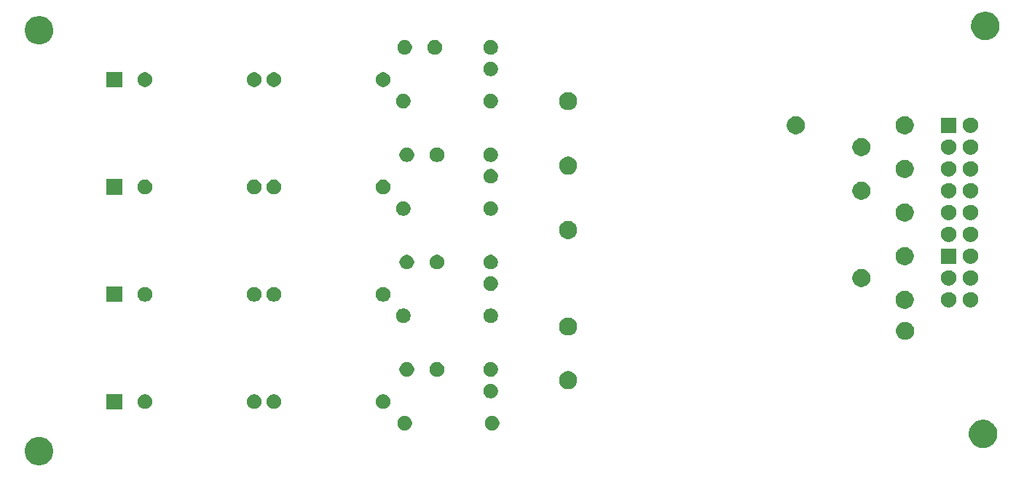
<source format=gbr>
%TF.GenerationSoftware,KiCad,Pcbnew,(5.1.5-0)*%
%TF.CreationDate,2020-04-03T13:37:13+02:00*%
%TF.ProjectId,egc_ads1292,6567635f-6164-4733-9132-39322e6b6963,rev?*%
%TF.SameCoordinates,PX23c3460PY8f0d180*%
%TF.FileFunction,Soldermask,Bot*%
%TF.FilePolarity,Negative*%
%FSLAX46Y46*%
G04 Gerber Fmt 4.6, Leading zero omitted, Abs format (unit mm)*
G04 Created by KiCad (PCBNEW (5.1.5-0)) date 2020-04-03 13:37:13*
%MOMM*%
%LPD*%
G04 APERTURE LIST*
%ADD10C,0.100000*%
G04 APERTURE END LIST*
D10*
G36*
X5375256Y2108702D02*
G01*
X5481579Y2087553D01*
X5782042Y1963097D01*
X6052451Y1782415D01*
X6282415Y1552451D01*
X6463097Y1282042D01*
X6587553Y981579D01*
X6651000Y662609D01*
X6651000Y337391D01*
X6587553Y18421D01*
X6463097Y-282042D01*
X6282415Y-552451D01*
X6052451Y-782415D01*
X5782042Y-963097D01*
X5481579Y-1087553D01*
X5375256Y-1108702D01*
X5162611Y-1151000D01*
X4837389Y-1151000D01*
X4624744Y-1108702D01*
X4518421Y-1087553D01*
X4217958Y-963097D01*
X3947549Y-782415D01*
X3717585Y-552451D01*
X3536903Y-282042D01*
X3412447Y18421D01*
X3349000Y337391D01*
X3349000Y662609D01*
X3412447Y981579D01*
X3536903Y1282042D01*
X3717585Y1552451D01*
X3947549Y1782415D01*
X4217958Y1963097D01*
X4518421Y2087553D01*
X4624744Y2108702D01*
X4837389Y2151000D01*
X5162611Y2151000D01*
X5375256Y2108702D01*
G37*
G36*
X115125256Y4108702D02*
G01*
X115231579Y4087553D01*
X115532042Y3963097D01*
X115802451Y3782415D01*
X116032415Y3552451D01*
X116066278Y3501771D01*
X116213098Y3282040D01*
X116249550Y3194037D01*
X116337553Y2981579D01*
X116401000Y2662609D01*
X116401000Y2337391D01*
X116337553Y2018421D01*
X116213097Y1717958D01*
X116032415Y1447549D01*
X115802451Y1217585D01*
X115532042Y1036903D01*
X115231579Y912447D01*
X115125256Y891298D01*
X114912611Y849000D01*
X114587389Y849000D01*
X114374744Y891298D01*
X114268421Y912447D01*
X113967958Y1036903D01*
X113697549Y1217585D01*
X113467585Y1447549D01*
X113286903Y1717958D01*
X113162447Y2018421D01*
X113099000Y2337391D01*
X113099000Y2662609D01*
X113162447Y2981579D01*
X113250450Y3194037D01*
X113286902Y3282040D01*
X113433722Y3501771D01*
X113467585Y3552451D01*
X113697549Y3782415D01*
X113967958Y3963097D01*
X114268421Y4087553D01*
X114374744Y4108702D01*
X114587389Y4151000D01*
X114912611Y4151000D01*
X115125256Y4108702D01*
G37*
G36*
X57908228Y4568297D02*
G01*
X58063100Y4504147D01*
X58202481Y4411015D01*
X58321015Y4292481D01*
X58414147Y4153100D01*
X58478297Y3998228D01*
X58511000Y3833816D01*
X58511000Y3666184D01*
X58478297Y3501772D01*
X58414147Y3346900D01*
X58321015Y3207519D01*
X58202481Y3088985D01*
X58063100Y2995853D01*
X57908228Y2931703D01*
X57743816Y2899000D01*
X57576184Y2899000D01*
X57411772Y2931703D01*
X57256900Y2995853D01*
X57117519Y3088985D01*
X56998985Y3207519D01*
X56905853Y3346900D01*
X56841703Y3501772D01*
X56809000Y3666184D01*
X56809000Y3833816D01*
X56841703Y3998228D01*
X56905853Y4153100D01*
X56998985Y4292481D01*
X57117519Y4411015D01*
X57256900Y4504147D01*
X57411772Y4568297D01*
X57576184Y4601000D01*
X57743816Y4601000D01*
X57908228Y4568297D01*
G37*
G36*
X47748228Y4568297D02*
G01*
X47903100Y4504147D01*
X48042481Y4411015D01*
X48161015Y4292481D01*
X48254147Y4153100D01*
X48318297Y3998228D01*
X48351000Y3833816D01*
X48351000Y3666184D01*
X48318297Y3501772D01*
X48254147Y3346900D01*
X48161015Y3207519D01*
X48042481Y3088985D01*
X47903100Y2995853D01*
X47748228Y2931703D01*
X47583816Y2899000D01*
X47416184Y2899000D01*
X47251772Y2931703D01*
X47096900Y2995853D01*
X46957519Y3088985D01*
X46838985Y3207519D01*
X46745853Y3346900D01*
X46681703Y3501772D01*
X46649000Y3666184D01*
X46649000Y3833816D01*
X46681703Y3998228D01*
X46745853Y4153100D01*
X46838985Y4292481D01*
X46957519Y4411015D01*
X47096900Y4504147D01*
X47251772Y4568297D01*
X47416184Y4601000D01*
X47583816Y4601000D01*
X47748228Y4568297D01*
G37*
G36*
X14651000Y5349000D02*
G01*
X12849000Y5349000D01*
X12849000Y7151000D01*
X14651000Y7151000D01*
X14651000Y5349000D01*
G37*
G36*
X45248228Y7068297D02*
G01*
X45403100Y7004147D01*
X45542481Y6911015D01*
X45661015Y6792481D01*
X45754147Y6653100D01*
X45818297Y6498228D01*
X45851000Y6333816D01*
X45851000Y6166184D01*
X45818297Y6001772D01*
X45754147Y5846900D01*
X45661015Y5707519D01*
X45542481Y5588985D01*
X45403100Y5495853D01*
X45248228Y5431703D01*
X45083816Y5399000D01*
X44916184Y5399000D01*
X44751772Y5431703D01*
X44596900Y5495853D01*
X44457519Y5588985D01*
X44338985Y5707519D01*
X44245853Y5846900D01*
X44181703Y6001772D01*
X44149000Y6166184D01*
X44149000Y6333816D01*
X44181703Y6498228D01*
X44245853Y6653100D01*
X44338985Y6792481D01*
X44457519Y6911015D01*
X44596900Y7004147D01*
X44751772Y7068297D01*
X44916184Y7101000D01*
X45083816Y7101000D01*
X45248228Y7068297D01*
G37*
G36*
X32548228Y7068297D02*
G01*
X32703100Y7004147D01*
X32842481Y6911015D01*
X32961015Y6792481D01*
X33054147Y6653100D01*
X33118297Y6498228D01*
X33151000Y6333816D01*
X33151000Y6166184D01*
X33118297Y6001772D01*
X33054147Y5846900D01*
X32961015Y5707519D01*
X32842481Y5588985D01*
X32703100Y5495853D01*
X32548228Y5431703D01*
X32383816Y5399000D01*
X32216184Y5399000D01*
X32051772Y5431703D01*
X31896900Y5495853D01*
X31757519Y5588985D01*
X31638985Y5707519D01*
X31545853Y5846900D01*
X31481703Y6001772D01*
X31449000Y6166184D01*
X31449000Y6333816D01*
X31481703Y6498228D01*
X31545853Y6653100D01*
X31638985Y6792481D01*
X31757519Y6911015D01*
X31896900Y7004147D01*
X32051772Y7068297D01*
X32216184Y7101000D01*
X32383816Y7101000D01*
X32548228Y7068297D01*
G37*
G36*
X30248228Y7068297D02*
G01*
X30403100Y7004147D01*
X30542481Y6911015D01*
X30661015Y6792481D01*
X30754147Y6653100D01*
X30818297Y6498228D01*
X30851000Y6333816D01*
X30851000Y6166184D01*
X30818297Y6001772D01*
X30754147Y5846900D01*
X30661015Y5707519D01*
X30542481Y5588985D01*
X30403100Y5495853D01*
X30248228Y5431703D01*
X30083816Y5399000D01*
X29916184Y5399000D01*
X29751772Y5431703D01*
X29596900Y5495853D01*
X29457519Y5588985D01*
X29338985Y5707519D01*
X29245853Y5846900D01*
X29181703Y6001772D01*
X29149000Y6166184D01*
X29149000Y6333816D01*
X29181703Y6498228D01*
X29245853Y6653100D01*
X29338985Y6792481D01*
X29457519Y6911015D01*
X29596900Y7004147D01*
X29751772Y7068297D01*
X29916184Y7101000D01*
X30083816Y7101000D01*
X30248228Y7068297D01*
G37*
G36*
X17548228Y7068297D02*
G01*
X17703100Y7004147D01*
X17842481Y6911015D01*
X17961015Y6792481D01*
X18054147Y6653100D01*
X18118297Y6498228D01*
X18151000Y6333816D01*
X18151000Y6166184D01*
X18118297Y6001772D01*
X18054147Y5846900D01*
X17961015Y5707519D01*
X17842481Y5588985D01*
X17703100Y5495853D01*
X17548228Y5431703D01*
X17383816Y5399000D01*
X17216184Y5399000D01*
X17051772Y5431703D01*
X16896900Y5495853D01*
X16757519Y5588985D01*
X16638985Y5707519D01*
X16545853Y5846900D01*
X16481703Y6001772D01*
X16449000Y6166184D01*
X16449000Y6333816D01*
X16481703Y6498228D01*
X16545853Y6653100D01*
X16638985Y6792481D01*
X16757519Y6911015D01*
X16896900Y7004147D01*
X17051772Y7068297D01*
X17216184Y7101000D01*
X17383816Y7101000D01*
X17548228Y7068297D01*
G37*
G36*
X57748228Y8318297D02*
G01*
X57903100Y8254147D01*
X58042481Y8161015D01*
X58161015Y8042481D01*
X58254147Y7903100D01*
X58318297Y7748228D01*
X58351000Y7583816D01*
X58351000Y7416184D01*
X58318297Y7251772D01*
X58254147Y7096900D01*
X58161015Y6957519D01*
X58042481Y6838985D01*
X57903100Y6745853D01*
X57748228Y6681703D01*
X57583816Y6649000D01*
X57416184Y6649000D01*
X57251772Y6681703D01*
X57096900Y6745853D01*
X56957519Y6838985D01*
X56838985Y6957519D01*
X56745853Y7096900D01*
X56681703Y7251772D01*
X56649000Y7416184D01*
X56649000Y7583816D01*
X56681703Y7748228D01*
X56745853Y7903100D01*
X56838985Y8042481D01*
X56957519Y8161015D01*
X57096900Y8254147D01*
X57251772Y8318297D01*
X57416184Y8351000D01*
X57583816Y8351000D01*
X57748228Y8318297D01*
G37*
G36*
X66806564Y9760611D02*
G01*
X66997833Y9681385D01*
X66997835Y9681384D01*
X67124270Y9596903D01*
X67169973Y9566365D01*
X67316365Y9419973D01*
X67431385Y9247833D01*
X67510611Y9056564D01*
X67551000Y8853516D01*
X67551000Y8646484D01*
X67510611Y8443436D01*
X67432205Y8254147D01*
X67431384Y8252165D01*
X67316365Y8080027D01*
X67169973Y7933635D01*
X66997835Y7818616D01*
X66997834Y7818615D01*
X66997833Y7818615D01*
X66806564Y7739389D01*
X66603516Y7699000D01*
X66396484Y7699000D01*
X66193436Y7739389D01*
X66002167Y7818615D01*
X66002166Y7818615D01*
X66002165Y7818616D01*
X65830027Y7933635D01*
X65683635Y8080027D01*
X65568616Y8252165D01*
X65567795Y8254147D01*
X65489389Y8443436D01*
X65449000Y8646484D01*
X65449000Y8853516D01*
X65489389Y9056564D01*
X65568615Y9247833D01*
X65683635Y9419973D01*
X65830027Y9566365D01*
X65875730Y9596903D01*
X66002165Y9681384D01*
X66002167Y9681385D01*
X66193436Y9760611D01*
X66396484Y9801000D01*
X66603516Y9801000D01*
X66806564Y9760611D01*
G37*
G36*
X47998228Y10818297D02*
G01*
X48153100Y10754147D01*
X48292481Y10661015D01*
X48411015Y10542481D01*
X48504147Y10403100D01*
X48568297Y10248228D01*
X48601000Y10083816D01*
X48601000Y9916184D01*
X48568297Y9751772D01*
X48504147Y9596900D01*
X48411015Y9457519D01*
X48292481Y9338985D01*
X48153100Y9245853D01*
X47998228Y9181703D01*
X47833816Y9149000D01*
X47666184Y9149000D01*
X47501772Y9181703D01*
X47346900Y9245853D01*
X47207519Y9338985D01*
X47088985Y9457519D01*
X46995853Y9596900D01*
X46931703Y9751772D01*
X46899000Y9916184D01*
X46899000Y10083816D01*
X46931703Y10248228D01*
X46995853Y10403100D01*
X47088985Y10542481D01*
X47207519Y10661015D01*
X47346900Y10754147D01*
X47501772Y10818297D01*
X47666184Y10851000D01*
X47833816Y10851000D01*
X47998228Y10818297D01*
G37*
G36*
X51498228Y10818297D02*
G01*
X51653100Y10754147D01*
X51792481Y10661015D01*
X51911015Y10542481D01*
X52004147Y10403100D01*
X52068297Y10248228D01*
X52101000Y10083816D01*
X52101000Y9916184D01*
X52068297Y9751772D01*
X52004147Y9596900D01*
X51911015Y9457519D01*
X51792481Y9338985D01*
X51653100Y9245853D01*
X51498228Y9181703D01*
X51333816Y9149000D01*
X51166184Y9149000D01*
X51001772Y9181703D01*
X50846900Y9245853D01*
X50707519Y9338985D01*
X50588985Y9457519D01*
X50495853Y9596900D01*
X50431703Y9751772D01*
X50399000Y9916184D01*
X50399000Y10083816D01*
X50431703Y10248228D01*
X50495853Y10403100D01*
X50588985Y10542481D01*
X50707519Y10661015D01*
X50846900Y10754147D01*
X51001772Y10818297D01*
X51166184Y10851000D01*
X51333816Y10851000D01*
X51498228Y10818297D01*
G37*
G36*
X57748228Y10818297D02*
G01*
X57903100Y10754147D01*
X58042481Y10661015D01*
X58161015Y10542481D01*
X58254147Y10403100D01*
X58318297Y10248228D01*
X58351000Y10083816D01*
X58351000Y9916184D01*
X58318297Y9751772D01*
X58254147Y9596900D01*
X58161015Y9457519D01*
X58042481Y9338985D01*
X57903100Y9245853D01*
X57748228Y9181703D01*
X57583816Y9149000D01*
X57416184Y9149000D01*
X57251772Y9181703D01*
X57096900Y9245853D01*
X56957519Y9338985D01*
X56838985Y9457519D01*
X56745853Y9596900D01*
X56681703Y9751772D01*
X56649000Y9916184D01*
X56649000Y10083816D01*
X56681703Y10248228D01*
X56745853Y10403100D01*
X56838985Y10542481D01*
X56957519Y10661015D01*
X57096900Y10754147D01*
X57251772Y10818297D01*
X57416184Y10851000D01*
X57583816Y10851000D01*
X57748228Y10818297D01*
G37*
G36*
X105976564Y15510611D02*
G01*
X106167060Y15431705D01*
X106167835Y15431384D01*
X106339973Y15316365D01*
X106486365Y15169973D01*
X106530772Y15103514D01*
X106601385Y14997833D01*
X106680611Y14806564D01*
X106721000Y14603516D01*
X106721000Y14396484D01*
X106680611Y14193436D01*
X106601385Y14002167D01*
X106601384Y14002165D01*
X106486365Y13830027D01*
X106339973Y13683635D01*
X106167835Y13568616D01*
X106167834Y13568615D01*
X106167833Y13568615D01*
X105976564Y13489389D01*
X105773516Y13449000D01*
X105566484Y13449000D01*
X105363436Y13489389D01*
X105172167Y13568615D01*
X105172166Y13568615D01*
X105172165Y13568616D01*
X105000027Y13683635D01*
X104853635Y13830027D01*
X104738616Y14002165D01*
X104738615Y14002167D01*
X104659389Y14193436D01*
X104619000Y14396484D01*
X104619000Y14603516D01*
X104659389Y14806564D01*
X104738615Y14997833D01*
X104809229Y15103514D01*
X104853635Y15169973D01*
X105000027Y15316365D01*
X105172165Y15431384D01*
X105172940Y15431705D01*
X105363436Y15510611D01*
X105566484Y15551000D01*
X105773516Y15551000D01*
X105976564Y15510611D01*
G37*
G36*
X66806564Y16010611D02*
G01*
X66997833Y15931385D01*
X66997835Y15931384D01*
X67124270Y15846903D01*
X67169973Y15816365D01*
X67316365Y15669973D01*
X67431385Y15497833D01*
X67510611Y15306564D01*
X67551000Y15103516D01*
X67551000Y14896484D01*
X67510611Y14693436D01*
X67473365Y14603516D01*
X67431384Y14502165D01*
X67316365Y14330027D01*
X67169973Y14183635D01*
X66997835Y14068616D01*
X66997834Y14068615D01*
X66997833Y14068615D01*
X66806564Y13989389D01*
X66603516Y13949000D01*
X66396484Y13949000D01*
X66193436Y13989389D01*
X66002167Y14068615D01*
X66002166Y14068615D01*
X66002165Y14068616D01*
X65830027Y14183635D01*
X65683635Y14330027D01*
X65568616Y14502165D01*
X65526635Y14603516D01*
X65489389Y14693436D01*
X65449000Y14896484D01*
X65449000Y15103516D01*
X65489389Y15306564D01*
X65568615Y15497833D01*
X65683635Y15669973D01*
X65830027Y15816365D01*
X65875730Y15846903D01*
X66002165Y15931384D01*
X66002167Y15931385D01*
X66193436Y16010611D01*
X66396484Y16051000D01*
X66603516Y16051000D01*
X66806564Y16010611D01*
G37*
G36*
X57748228Y17068297D02*
G01*
X57903100Y17004147D01*
X58042481Y16911015D01*
X58161015Y16792481D01*
X58254147Y16653100D01*
X58318297Y16498228D01*
X58351000Y16333816D01*
X58351000Y16166184D01*
X58318297Y16001772D01*
X58254147Y15846900D01*
X58161015Y15707519D01*
X58042481Y15588985D01*
X57903100Y15495853D01*
X57748228Y15431703D01*
X57583816Y15399000D01*
X57416184Y15399000D01*
X57251772Y15431703D01*
X57096900Y15495853D01*
X56957519Y15588985D01*
X56838985Y15707519D01*
X56745853Y15846900D01*
X56681703Y16001772D01*
X56649000Y16166184D01*
X56649000Y16333816D01*
X56681703Y16498228D01*
X56745853Y16653100D01*
X56838985Y16792481D01*
X56957519Y16911015D01*
X57096900Y17004147D01*
X57251772Y17068297D01*
X57416184Y17101000D01*
X57583816Y17101000D01*
X57748228Y17068297D01*
G37*
G36*
X47588228Y17068297D02*
G01*
X47743100Y17004147D01*
X47882481Y16911015D01*
X48001015Y16792481D01*
X48094147Y16653100D01*
X48158297Y16498228D01*
X48191000Y16333816D01*
X48191000Y16166184D01*
X48158297Y16001772D01*
X48094147Y15846900D01*
X48001015Y15707519D01*
X47882481Y15588985D01*
X47743100Y15495853D01*
X47588228Y15431703D01*
X47423816Y15399000D01*
X47256184Y15399000D01*
X47091772Y15431703D01*
X46936900Y15495853D01*
X46797519Y15588985D01*
X46678985Y15707519D01*
X46585853Y15846900D01*
X46521703Y16001772D01*
X46489000Y16166184D01*
X46489000Y16333816D01*
X46521703Y16498228D01*
X46585853Y16653100D01*
X46678985Y16792481D01*
X46797519Y16911015D01*
X46936900Y17004147D01*
X47091772Y17068297D01*
X47256184Y17101000D01*
X47423816Y17101000D01*
X47588228Y17068297D01*
G37*
G36*
X105936564Y19130611D02*
G01*
X106127833Y19051385D01*
X106127835Y19051384D01*
X106299973Y18936365D01*
X106446365Y18789973D01*
X106529078Y18666185D01*
X106561385Y18617833D01*
X106640611Y18426564D01*
X106681000Y18223516D01*
X106681000Y18016484D01*
X106640611Y17813436D01*
X106590815Y17693218D01*
X106561384Y17622165D01*
X106446365Y17450027D01*
X106299973Y17303635D01*
X106127835Y17188616D01*
X106127834Y17188615D01*
X106127833Y17188615D01*
X105936564Y17109389D01*
X105733516Y17069000D01*
X105526484Y17069000D01*
X105323436Y17109389D01*
X105132167Y17188615D01*
X105132166Y17188615D01*
X105132165Y17188616D01*
X104960027Y17303635D01*
X104813635Y17450027D01*
X104698616Y17622165D01*
X104669185Y17693218D01*
X104619389Y17813436D01*
X104579000Y18016484D01*
X104579000Y18223516D01*
X104619389Y18426564D01*
X104698615Y18617833D01*
X104730923Y18666185D01*
X104813635Y18789973D01*
X104960027Y18936365D01*
X105132165Y19051384D01*
X105132167Y19051385D01*
X105323436Y19130611D01*
X105526484Y19171000D01*
X105733516Y19171000D01*
X105936564Y19130611D01*
G37*
G36*
X113403512Y19016073D02*
G01*
X113552812Y18986376D01*
X113716784Y18918456D01*
X113864354Y18819853D01*
X113989853Y18694354D01*
X114088456Y18546784D01*
X114156376Y18382812D01*
X114191000Y18208741D01*
X114191000Y18031259D01*
X114156376Y17857188D01*
X114088456Y17693216D01*
X113989853Y17545646D01*
X113864354Y17420147D01*
X113716784Y17321544D01*
X113552812Y17253624D01*
X113403512Y17223927D01*
X113378742Y17219000D01*
X113201258Y17219000D01*
X113176488Y17223927D01*
X113027188Y17253624D01*
X112863216Y17321544D01*
X112715646Y17420147D01*
X112590147Y17545646D01*
X112491544Y17693216D01*
X112423624Y17857188D01*
X112389000Y18031259D01*
X112389000Y18208741D01*
X112423624Y18382812D01*
X112491544Y18546784D01*
X112590147Y18694354D01*
X112715646Y18819853D01*
X112863216Y18918456D01*
X113027188Y18986376D01*
X113176488Y19016073D01*
X113201258Y19021000D01*
X113378742Y19021000D01*
X113403512Y19016073D01*
G37*
G36*
X110863512Y19016073D02*
G01*
X111012812Y18986376D01*
X111176784Y18918456D01*
X111324354Y18819853D01*
X111449853Y18694354D01*
X111548456Y18546784D01*
X111616376Y18382812D01*
X111651000Y18208741D01*
X111651000Y18031259D01*
X111616376Y17857188D01*
X111548456Y17693216D01*
X111449853Y17545646D01*
X111324354Y17420147D01*
X111176784Y17321544D01*
X111012812Y17253624D01*
X110863512Y17223927D01*
X110838742Y17219000D01*
X110661258Y17219000D01*
X110636488Y17223927D01*
X110487188Y17253624D01*
X110323216Y17321544D01*
X110175646Y17420147D01*
X110050147Y17545646D01*
X109951544Y17693216D01*
X109883624Y17857188D01*
X109849000Y18031259D01*
X109849000Y18208741D01*
X109883624Y18382812D01*
X109951544Y18546784D01*
X110050147Y18694354D01*
X110175646Y18819853D01*
X110323216Y18918456D01*
X110487188Y18986376D01*
X110636488Y19016073D01*
X110661258Y19021000D01*
X110838742Y19021000D01*
X110863512Y19016073D01*
G37*
G36*
X14651000Y17849000D02*
G01*
X12849000Y17849000D01*
X12849000Y19651000D01*
X14651000Y19651000D01*
X14651000Y17849000D01*
G37*
G36*
X32548228Y19568297D02*
G01*
X32703100Y19504147D01*
X32842481Y19411015D01*
X32961015Y19292481D01*
X33054147Y19153100D01*
X33118297Y18998228D01*
X33151000Y18833816D01*
X33151000Y18666184D01*
X33118297Y18501772D01*
X33054147Y18346900D01*
X32961015Y18207519D01*
X32842481Y18088985D01*
X32703100Y17995853D01*
X32548228Y17931703D01*
X32383816Y17899000D01*
X32216184Y17899000D01*
X32051772Y17931703D01*
X31896900Y17995853D01*
X31757519Y18088985D01*
X31638985Y18207519D01*
X31545853Y18346900D01*
X31481703Y18501772D01*
X31449000Y18666184D01*
X31449000Y18833816D01*
X31481703Y18998228D01*
X31545853Y19153100D01*
X31638985Y19292481D01*
X31757519Y19411015D01*
X31896900Y19504147D01*
X32051772Y19568297D01*
X32216184Y19601000D01*
X32383816Y19601000D01*
X32548228Y19568297D01*
G37*
G36*
X30248228Y19568297D02*
G01*
X30403100Y19504147D01*
X30542481Y19411015D01*
X30661015Y19292481D01*
X30754147Y19153100D01*
X30818297Y18998228D01*
X30851000Y18833816D01*
X30851000Y18666184D01*
X30818297Y18501772D01*
X30754147Y18346900D01*
X30661015Y18207519D01*
X30542481Y18088985D01*
X30403100Y17995853D01*
X30248228Y17931703D01*
X30083816Y17899000D01*
X29916184Y17899000D01*
X29751772Y17931703D01*
X29596900Y17995853D01*
X29457519Y18088985D01*
X29338985Y18207519D01*
X29245853Y18346900D01*
X29181703Y18501772D01*
X29149000Y18666184D01*
X29149000Y18833816D01*
X29181703Y18998228D01*
X29245853Y19153100D01*
X29338985Y19292481D01*
X29457519Y19411015D01*
X29596900Y19504147D01*
X29751772Y19568297D01*
X29916184Y19601000D01*
X30083816Y19601000D01*
X30248228Y19568297D01*
G37*
G36*
X45248228Y19568297D02*
G01*
X45403100Y19504147D01*
X45542481Y19411015D01*
X45661015Y19292481D01*
X45754147Y19153100D01*
X45818297Y18998228D01*
X45851000Y18833816D01*
X45851000Y18666184D01*
X45818297Y18501772D01*
X45754147Y18346900D01*
X45661015Y18207519D01*
X45542481Y18088985D01*
X45403100Y17995853D01*
X45248228Y17931703D01*
X45083816Y17899000D01*
X44916184Y17899000D01*
X44751772Y17931703D01*
X44596900Y17995853D01*
X44457519Y18088985D01*
X44338985Y18207519D01*
X44245853Y18346900D01*
X44181703Y18501772D01*
X44149000Y18666184D01*
X44149000Y18833816D01*
X44181703Y18998228D01*
X44245853Y19153100D01*
X44338985Y19292481D01*
X44457519Y19411015D01*
X44596900Y19504147D01*
X44751772Y19568297D01*
X44916184Y19601000D01*
X45083816Y19601000D01*
X45248228Y19568297D01*
G37*
G36*
X17548228Y19568297D02*
G01*
X17703100Y19504147D01*
X17842481Y19411015D01*
X17961015Y19292481D01*
X18054147Y19153100D01*
X18118297Y18998228D01*
X18151000Y18833816D01*
X18151000Y18666184D01*
X18118297Y18501772D01*
X18054147Y18346900D01*
X17961015Y18207519D01*
X17842481Y18088985D01*
X17703100Y17995853D01*
X17548228Y17931703D01*
X17383816Y17899000D01*
X17216184Y17899000D01*
X17051772Y17931703D01*
X16896900Y17995853D01*
X16757519Y18088985D01*
X16638985Y18207519D01*
X16545853Y18346900D01*
X16481703Y18501772D01*
X16449000Y18666184D01*
X16449000Y18833816D01*
X16481703Y18998228D01*
X16545853Y19153100D01*
X16638985Y19292481D01*
X16757519Y19411015D01*
X16896900Y19504147D01*
X17051772Y19568297D01*
X17216184Y19601000D01*
X17383816Y19601000D01*
X17548228Y19568297D01*
G37*
G36*
X57748228Y20818297D02*
G01*
X57903100Y20754147D01*
X58042481Y20661015D01*
X58161015Y20542481D01*
X58254147Y20403100D01*
X58318297Y20248228D01*
X58351000Y20083816D01*
X58351000Y19916184D01*
X58318297Y19751772D01*
X58254147Y19596900D01*
X58161015Y19457519D01*
X58042481Y19338985D01*
X57903100Y19245853D01*
X57748228Y19181703D01*
X57583816Y19149000D01*
X57416184Y19149000D01*
X57251772Y19181703D01*
X57096900Y19245853D01*
X56957519Y19338985D01*
X56838985Y19457519D01*
X56745853Y19596900D01*
X56681703Y19751772D01*
X56649000Y19916184D01*
X56649000Y20083816D01*
X56681703Y20248228D01*
X56745853Y20403100D01*
X56838985Y20542481D01*
X56957519Y20661015D01*
X57096900Y20754147D01*
X57251772Y20818297D01*
X57416184Y20851000D01*
X57583816Y20851000D01*
X57748228Y20818297D01*
G37*
G36*
X100896564Y21670611D02*
G01*
X101087833Y21591385D01*
X101087835Y21591384D01*
X101259973Y21476365D01*
X101406365Y21329973D01*
X101470256Y21234354D01*
X101521385Y21157833D01*
X101600611Y20966564D01*
X101641000Y20763516D01*
X101641000Y20556484D01*
X101600611Y20353436D01*
X101550815Y20233218D01*
X101521384Y20162165D01*
X101406365Y19990027D01*
X101259973Y19843635D01*
X101087835Y19728616D01*
X101087834Y19728615D01*
X101087833Y19728615D01*
X100896564Y19649389D01*
X100693516Y19609000D01*
X100486484Y19609000D01*
X100283436Y19649389D01*
X100092167Y19728615D01*
X100092166Y19728615D01*
X100092165Y19728616D01*
X99920027Y19843635D01*
X99773635Y19990027D01*
X99658616Y20162165D01*
X99629185Y20233218D01*
X99579389Y20353436D01*
X99539000Y20556484D01*
X99539000Y20763516D01*
X99579389Y20966564D01*
X99658615Y21157833D01*
X99709745Y21234354D01*
X99773635Y21329973D01*
X99920027Y21476365D01*
X100092165Y21591384D01*
X100092167Y21591385D01*
X100283436Y21670611D01*
X100486484Y21711000D01*
X100693516Y21711000D01*
X100896564Y21670611D01*
G37*
G36*
X113403512Y21556073D02*
G01*
X113552812Y21526376D01*
X113716784Y21458456D01*
X113864354Y21359853D01*
X113989853Y21234354D01*
X114088456Y21086784D01*
X114156376Y20922812D01*
X114191000Y20748741D01*
X114191000Y20571259D01*
X114156376Y20397188D01*
X114088456Y20233216D01*
X113989853Y20085646D01*
X113864354Y19960147D01*
X113716784Y19861544D01*
X113552812Y19793624D01*
X113403512Y19763927D01*
X113378742Y19759000D01*
X113201258Y19759000D01*
X113176488Y19763927D01*
X113027188Y19793624D01*
X112863216Y19861544D01*
X112715646Y19960147D01*
X112590147Y20085646D01*
X112491544Y20233216D01*
X112423624Y20397188D01*
X112389000Y20571259D01*
X112389000Y20748741D01*
X112423624Y20922812D01*
X112491544Y21086784D01*
X112590147Y21234354D01*
X112715646Y21359853D01*
X112863216Y21458456D01*
X113027188Y21526376D01*
X113176488Y21556073D01*
X113201258Y21561000D01*
X113378742Y21561000D01*
X113403512Y21556073D01*
G37*
G36*
X110863512Y21556073D02*
G01*
X111012812Y21526376D01*
X111176784Y21458456D01*
X111324354Y21359853D01*
X111449853Y21234354D01*
X111548456Y21086784D01*
X111616376Y20922812D01*
X111651000Y20748741D01*
X111651000Y20571259D01*
X111616376Y20397188D01*
X111548456Y20233216D01*
X111449853Y20085646D01*
X111324354Y19960147D01*
X111176784Y19861544D01*
X111012812Y19793624D01*
X110863512Y19763927D01*
X110838742Y19759000D01*
X110661258Y19759000D01*
X110636488Y19763927D01*
X110487188Y19793624D01*
X110323216Y19861544D01*
X110175646Y19960147D01*
X110050147Y20085646D01*
X109951544Y20233216D01*
X109883624Y20397188D01*
X109849000Y20571259D01*
X109849000Y20748741D01*
X109883624Y20922812D01*
X109951544Y21086784D01*
X110050147Y21234354D01*
X110175646Y21359853D01*
X110323216Y21458456D01*
X110487188Y21526376D01*
X110636488Y21556073D01*
X110661258Y21561000D01*
X110838742Y21561000D01*
X110863512Y21556073D01*
G37*
G36*
X57748228Y23318297D02*
G01*
X57903100Y23254147D01*
X58042481Y23161015D01*
X58161015Y23042481D01*
X58254147Y22903100D01*
X58318297Y22748228D01*
X58351000Y22583816D01*
X58351000Y22416184D01*
X58318297Y22251772D01*
X58254147Y22096900D01*
X58161015Y21957519D01*
X58042481Y21838985D01*
X57903100Y21745853D01*
X57748228Y21681703D01*
X57583816Y21649000D01*
X57416184Y21649000D01*
X57251772Y21681703D01*
X57096900Y21745853D01*
X56957519Y21838985D01*
X56838985Y21957519D01*
X56745853Y22096900D01*
X56681703Y22251772D01*
X56649000Y22416184D01*
X56649000Y22583816D01*
X56681703Y22748228D01*
X56745853Y22903100D01*
X56838985Y23042481D01*
X56957519Y23161015D01*
X57096900Y23254147D01*
X57251772Y23318297D01*
X57416184Y23351000D01*
X57583816Y23351000D01*
X57748228Y23318297D01*
G37*
G36*
X47998228Y23318297D02*
G01*
X48153100Y23254147D01*
X48292481Y23161015D01*
X48411015Y23042481D01*
X48504147Y22903100D01*
X48568297Y22748228D01*
X48601000Y22583816D01*
X48601000Y22416184D01*
X48568297Y22251772D01*
X48504147Y22096900D01*
X48411015Y21957519D01*
X48292481Y21838985D01*
X48153100Y21745853D01*
X47998228Y21681703D01*
X47833816Y21649000D01*
X47666184Y21649000D01*
X47501772Y21681703D01*
X47346900Y21745853D01*
X47207519Y21838985D01*
X47088985Y21957519D01*
X46995853Y22096900D01*
X46931703Y22251772D01*
X46899000Y22416184D01*
X46899000Y22583816D01*
X46931703Y22748228D01*
X46995853Y22903100D01*
X47088985Y23042481D01*
X47207519Y23161015D01*
X47346900Y23254147D01*
X47501772Y23318297D01*
X47666184Y23351000D01*
X47833816Y23351000D01*
X47998228Y23318297D01*
G37*
G36*
X51498228Y23318297D02*
G01*
X51653100Y23254147D01*
X51792481Y23161015D01*
X51911015Y23042481D01*
X52004147Y22903100D01*
X52068297Y22748228D01*
X52101000Y22583816D01*
X52101000Y22416184D01*
X52068297Y22251772D01*
X52004147Y22096900D01*
X51911015Y21957519D01*
X51792481Y21838985D01*
X51653100Y21745853D01*
X51498228Y21681703D01*
X51333816Y21649000D01*
X51166184Y21649000D01*
X51001772Y21681703D01*
X50846900Y21745853D01*
X50707519Y21838985D01*
X50588985Y21957519D01*
X50495853Y22096900D01*
X50431703Y22251772D01*
X50399000Y22416184D01*
X50399000Y22583816D01*
X50431703Y22748228D01*
X50495853Y22903100D01*
X50588985Y23042481D01*
X50707519Y23161015D01*
X50846900Y23254147D01*
X51001772Y23318297D01*
X51166184Y23351000D01*
X51333816Y23351000D01*
X51498228Y23318297D01*
G37*
G36*
X105936564Y24210611D02*
G01*
X106127833Y24131385D01*
X106127835Y24131384D01*
X106299973Y24016365D01*
X106446365Y23869973D01*
X106510256Y23774354D01*
X106561385Y23697833D01*
X106640611Y23506564D01*
X106681000Y23303516D01*
X106681000Y23096484D01*
X106640611Y22893436D01*
X106590815Y22773218D01*
X106561384Y22702165D01*
X106446365Y22530027D01*
X106299973Y22383635D01*
X106127835Y22268616D01*
X106127834Y22268615D01*
X106127833Y22268615D01*
X105936564Y22189389D01*
X105733516Y22149000D01*
X105526484Y22149000D01*
X105323436Y22189389D01*
X105132167Y22268615D01*
X105132166Y22268615D01*
X105132165Y22268616D01*
X104960027Y22383635D01*
X104813635Y22530027D01*
X104698616Y22702165D01*
X104669185Y22773218D01*
X104619389Y22893436D01*
X104579000Y23096484D01*
X104579000Y23303516D01*
X104619389Y23506564D01*
X104698615Y23697833D01*
X104749745Y23774354D01*
X104813635Y23869973D01*
X104960027Y24016365D01*
X105132165Y24131384D01*
X105132167Y24131385D01*
X105323436Y24210611D01*
X105526484Y24251000D01*
X105733516Y24251000D01*
X105936564Y24210611D01*
G37*
G36*
X111651000Y22299000D02*
G01*
X109849000Y22299000D01*
X109849000Y24101000D01*
X111651000Y24101000D01*
X111651000Y22299000D01*
G37*
G36*
X113403512Y24096073D02*
G01*
X113552812Y24066376D01*
X113716784Y23998456D01*
X113864354Y23899853D01*
X113989853Y23774354D01*
X114088456Y23626784D01*
X114156376Y23462812D01*
X114191000Y23288741D01*
X114191000Y23111259D01*
X114156376Y22937188D01*
X114088456Y22773216D01*
X113989853Y22625646D01*
X113864354Y22500147D01*
X113716784Y22401544D01*
X113552812Y22333624D01*
X113403512Y22303927D01*
X113378742Y22299000D01*
X113201258Y22299000D01*
X113176488Y22303927D01*
X113027188Y22333624D01*
X112863216Y22401544D01*
X112715646Y22500147D01*
X112590147Y22625646D01*
X112491544Y22773216D01*
X112423624Y22937188D01*
X112389000Y23111259D01*
X112389000Y23288741D01*
X112423624Y23462812D01*
X112491544Y23626784D01*
X112590147Y23774354D01*
X112715646Y23899853D01*
X112863216Y23998456D01*
X113027188Y24066376D01*
X113176488Y24096073D01*
X113201258Y24101000D01*
X113378742Y24101000D01*
X113403512Y24096073D01*
G37*
G36*
X113403512Y26636073D02*
G01*
X113552812Y26606376D01*
X113716784Y26538456D01*
X113864354Y26439853D01*
X113989853Y26314354D01*
X114088456Y26166784D01*
X114156376Y26002812D01*
X114191000Y25828741D01*
X114191000Y25651259D01*
X114156376Y25477188D01*
X114088456Y25313216D01*
X113989853Y25165646D01*
X113864354Y25040147D01*
X113716784Y24941544D01*
X113552812Y24873624D01*
X113403512Y24843927D01*
X113378742Y24839000D01*
X113201258Y24839000D01*
X113176488Y24843927D01*
X113027188Y24873624D01*
X112863216Y24941544D01*
X112715646Y25040147D01*
X112590147Y25165646D01*
X112491544Y25313216D01*
X112423624Y25477188D01*
X112389000Y25651259D01*
X112389000Y25828741D01*
X112423624Y26002812D01*
X112491544Y26166784D01*
X112590147Y26314354D01*
X112715646Y26439853D01*
X112863216Y26538456D01*
X113027188Y26606376D01*
X113176488Y26636073D01*
X113201258Y26641000D01*
X113378742Y26641000D01*
X113403512Y26636073D01*
G37*
G36*
X110863512Y26636073D02*
G01*
X111012812Y26606376D01*
X111176784Y26538456D01*
X111324354Y26439853D01*
X111449853Y26314354D01*
X111548456Y26166784D01*
X111616376Y26002812D01*
X111651000Y25828741D01*
X111651000Y25651259D01*
X111616376Y25477188D01*
X111548456Y25313216D01*
X111449853Y25165646D01*
X111324354Y25040147D01*
X111176784Y24941544D01*
X111012812Y24873624D01*
X110863512Y24843927D01*
X110838742Y24839000D01*
X110661258Y24839000D01*
X110636488Y24843927D01*
X110487188Y24873624D01*
X110323216Y24941544D01*
X110175646Y25040147D01*
X110050147Y25165646D01*
X109951544Y25313216D01*
X109883624Y25477188D01*
X109849000Y25651259D01*
X109849000Y25828741D01*
X109883624Y26002812D01*
X109951544Y26166784D01*
X110050147Y26314354D01*
X110175646Y26439853D01*
X110323216Y26538456D01*
X110487188Y26606376D01*
X110636488Y26636073D01*
X110661258Y26641000D01*
X110838742Y26641000D01*
X110863512Y26636073D01*
G37*
G36*
X66806564Y27260611D02*
G01*
X66997833Y27181385D01*
X66997835Y27181384D01*
X67169973Y27066365D01*
X67316365Y26919973D01*
X67431385Y26747833D01*
X67510611Y26556564D01*
X67551000Y26353516D01*
X67551000Y26146484D01*
X67510611Y25943436D01*
X67463103Y25828742D01*
X67431384Y25752165D01*
X67316365Y25580027D01*
X67169973Y25433635D01*
X66997835Y25318616D01*
X66997834Y25318615D01*
X66997833Y25318615D01*
X66806564Y25239389D01*
X66603516Y25199000D01*
X66396484Y25199000D01*
X66193436Y25239389D01*
X66002167Y25318615D01*
X66002166Y25318615D01*
X66002165Y25318616D01*
X65830027Y25433635D01*
X65683635Y25580027D01*
X65568616Y25752165D01*
X65536897Y25828742D01*
X65489389Y25943436D01*
X65449000Y26146484D01*
X65449000Y26353516D01*
X65489389Y26556564D01*
X65568615Y26747833D01*
X65683635Y26919973D01*
X65830027Y27066365D01*
X66002165Y27181384D01*
X66002167Y27181385D01*
X66193436Y27260611D01*
X66396484Y27301000D01*
X66603516Y27301000D01*
X66806564Y27260611D01*
G37*
G36*
X105936564Y29290611D02*
G01*
X106127833Y29211385D01*
X106127835Y29211384D01*
X106299973Y29096365D01*
X106446365Y28949973D01*
X106523979Y28833816D01*
X106561385Y28777833D01*
X106640611Y28586564D01*
X106681000Y28383516D01*
X106681000Y28176484D01*
X106640611Y27973436D01*
X106590815Y27853218D01*
X106561384Y27782165D01*
X106446365Y27610027D01*
X106299973Y27463635D01*
X106127835Y27348616D01*
X106127834Y27348615D01*
X106127833Y27348615D01*
X105936564Y27269389D01*
X105733516Y27229000D01*
X105526484Y27229000D01*
X105323436Y27269389D01*
X105132167Y27348615D01*
X105132166Y27348615D01*
X105132165Y27348616D01*
X104960027Y27463635D01*
X104813635Y27610027D01*
X104698616Y27782165D01*
X104669185Y27853218D01*
X104619389Y27973436D01*
X104579000Y28176484D01*
X104579000Y28383516D01*
X104619389Y28586564D01*
X104698615Y28777833D01*
X104736022Y28833816D01*
X104813635Y28949973D01*
X104960027Y29096365D01*
X105132165Y29211384D01*
X105132167Y29211385D01*
X105323436Y29290611D01*
X105526484Y29331000D01*
X105733516Y29331000D01*
X105936564Y29290611D01*
G37*
G36*
X113403512Y29176073D02*
G01*
X113552812Y29146376D01*
X113716784Y29078456D01*
X113864354Y28979853D01*
X113989853Y28854354D01*
X114088456Y28706784D01*
X114156376Y28542812D01*
X114191000Y28368741D01*
X114191000Y28191259D01*
X114156376Y28017188D01*
X114088456Y27853216D01*
X113989853Y27705646D01*
X113864354Y27580147D01*
X113716784Y27481544D01*
X113552812Y27413624D01*
X113403512Y27383927D01*
X113378742Y27379000D01*
X113201258Y27379000D01*
X113176488Y27383927D01*
X113027188Y27413624D01*
X112863216Y27481544D01*
X112715646Y27580147D01*
X112590147Y27705646D01*
X112491544Y27853216D01*
X112423624Y28017188D01*
X112389000Y28191259D01*
X112389000Y28368741D01*
X112423624Y28542812D01*
X112491544Y28706784D01*
X112590147Y28854354D01*
X112715646Y28979853D01*
X112863216Y29078456D01*
X113027188Y29146376D01*
X113176488Y29176073D01*
X113201258Y29181000D01*
X113378742Y29181000D01*
X113403512Y29176073D01*
G37*
G36*
X110863512Y29176073D02*
G01*
X111012812Y29146376D01*
X111176784Y29078456D01*
X111324354Y28979853D01*
X111449853Y28854354D01*
X111548456Y28706784D01*
X111616376Y28542812D01*
X111651000Y28368741D01*
X111651000Y28191259D01*
X111616376Y28017188D01*
X111548456Y27853216D01*
X111449853Y27705646D01*
X111324354Y27580147D01*
X111176784Y27481544D01*
X111012812Y27413624D01*
X110863512Y27383927D01*
X110838742Y27379000D01*
X110661258Y27379000D01*
X110636488Y27383927D01*
X110487188Y27413624D01*
X110323216Y27481544D01*
X110175646Y27580147D01*
X110050147Y27705646D01*
X109951544Y27853216D01*
X109883624Y28017188D01*
X109849000Y28191259D01*
X109849000Y28368741D01*
X109883624Y28542812D01*
X109951544Y28706784D01*
X110050147Y28854354D01*
X110175646Y28979853D01*
X110323216Y29078456D01*
X110487188Y29146376D01*
X110636488Y29176073D01*
X110661258Y29181000D01*
X110838742Y29181000D01*
X110863512Y29176073D01*
G37*
G36*
X57748228Y29568297D02*
G01*
X57903100Y29504147D01*
X58042481Y29411015D01*
X58161015Y29292481D01*
X58254147Y29153100D01*
X58318297Y28998228D01*
X58351000Y28833816D01*
X58351000Y28666184D01*
X58318297Y28501772D01*
X58254147Y28346900D01*
X58161015Y28207519D01*
X58042481Y28088985D01*
X57903100Y27995853D01*
X57748228Y27931703D01*
X57583816Y27899000D01*
X57416184Y27899000D01*
X57251772Y27931703D01*
X57096900Y27995853D01*
X56957519Y28088985D01*
X56838985Y28207519D01*
X56745853Y28346900D01*
X56681703Y28501772D01*
X56649000Y28666184D01*
X56649000Y28833816D01*
X56681703Y28998228D01*
X56745853Y29153100D01*
X56838985Y29292481D01*
X56957519Y29411015D01*
X57096900Y29504147D01*
X57251772Y29568297D01*
X57416184Y29601000D01*
X57583816Y29601000D01*
X57748228Y29568297D01*
G37*
G36*
X47588228Y29568297D02*
G01*
X47743100Y29504147D01*
X47882481Y29411015D01*
X48001015Y29292481D01*
X48094147Y29153100D01*
X48158297Y28998228D01*
X48191000Y28833816D01*
X48191000Y28666184D01*
X48158297Y28501772D01*
X48094147Y28346900D01*
X48001015Y28207519D01*
X47882481Y28088985D01*
X47743100Y27995853D01*
X47588228Y27931703D01*
X47423816Y27899000D01*
X47256184Y27899000D01*
X47091772Y27931703D01*
X46936900Y27995853D01*
X46797519Y28088985D01*
X46678985Y28207519D01*
X46585853Y28346900D01*
X46521703Y28501772D01*
X46489000Y28666184D01*
X46489000Y28833816D01*
X46521703Y28998228D01*
X46585853Y29153100D01*
X46678985Y29292481D01*
X46797519Y29411015D01*
X46936900Y29504147D01*
X47091772Y29568297D01*
X47256184Y29601000D01*
X47423816Y29601000D01*
X47588228Y29568297D01*
G37*
G36*
X100896564Y31830611D02*
G01*
X101087833Y31751385D01*
X101087835Y31751384D01*
X101259973Y31636365D01*
X101406365Y31489973D01*
X101470256Y31394354D01*
X101521385Y31317833D01*
X101600611Y31126564D01*
X101641000Y30923516D01*
X101641000Y30716484D01*
X101600611Y30513436D01*
X101521385Y30322167D01*
X101521384Y30322165D01*
X101406365Y30150027D01*
X101259973Y30003635D01*
X101087835Y29888616D01*
X101087834Y29888615D01*
X101087833Y29888615D01*
X100896564Y29809389D01*
X100693516Y29769000D01*
X100486484Y29769000D01*
X100283436Y29809389D01*
X100092167Y29888615D01*
X100092166Y29888615D01*
X100092165Y29888616D01*
X99920027Y30003635D01*
X99773635Y30150027D01*
X99658616Y30322165D01*
X99658615Y30322167D01*
X99579389Y30513436D01*
X99539000Y30716484D01*
X99539000Y30923516D01*
X99579389Y31126564D01*
X99658615Y31317833D01*
X99709745Y31394354D01*
X99773635Y31489973D01*
X99920027Y31636365D01*
X100092165Y31751384D01*
X100092167Y31751385D01*
X100283436Y31830611D01*
X100486484Y31871000D01*
X100693516Y31871000D01*
X100896564Y31830611D01*
G37*
G36*
X113403512Y31716073D02*
G01*
X113552812Y31686376D01*
X113716784Y31618456D01*
X113864354Y31519853D01*
X113989853Y31394354D01*
X114088456Y31246784D01*
X114156376Y31082812D01*
X114191000Y30908741D01*
X114191000Y30731259D01*
X114156376Y30557188D01*
X114088456Y30393216D01*
X113989853Y30245646D01*
X113864354Y30120147D01*
X113716784Y30021544D01*
X113552812Y29953624D01*
X113403512Y29923927D01*
X113378742Y29919000D01*
X113201258Y29919000D01*
X113176488Y29923927D01*
X113027188Y29953624D01*
X112863216Y30021544D01*
X112715646Y30120147D01*
X112590147Y30245646D01*
X112491544Y30393216D01*
X112423624Y30557188D01*
X112389000Y30731259D01*
X112389000Y30908741D01*
X112423624Y31082812D01*
X112491544Y31246784D01*
X112590147Y31394354D01*
X112715646Y31519853D01*
X112863216Y31618456D01*
X113027188Y31686376D01*
X113176488Y31716073D01*
X113201258Y31721000D01*
X113378742Y31721000D01*
X113403512Y31716073D01*
G37*
G36*
X110863512Y31716073D02*
G01*
X111012812Y31686376D01*
X111176784Y31618456D01*
X111324354Y31519853D01*
X111449853Y31394354D01*
X111548456Y31246784D01*
X111616376Y31082812D01*
X111651000Y30908741D01*
X111651000Y30731259D01*
X111616376Y30557188D01*
X111548456Y30393216D01*
X111449853Y30245646D01*
X111324354Y30120147D01*
X111176784Y30021544D01*
X111012812Y29953624D01*
X110863512Y29923927D01*
X110838742Y29919000D01*
X110661258Y29919000D01*
X110636488Y29923927D01*
X110487188Y29953624D01*
X110323216Y30021544D01*
X110175646Y30120147D01*
X110050147Y30245646D01*
X109951544Y30393216D01*
X109883624Y30557188D01*
X109849000Y30731259D01*
X109849000Y30908741D01*
X109883624Y31082812D01*
X109951544Y31246784D01*
X110050147Y31394354D01*
X110175646Y31519853D01*
X110323216Y31618456D01*
X110487188Y31686376D01*
X110636488Y31716073D01*
X110661258Y31721000D01*
X110838742Y31721000D01*
X110863512Y31716073D01*
G37*
G36*
X14651000Y30349000D02*
G01*
X12849000Y30349000D01*
X12849000Y32151000D01*
X14651000Y32151000D01*
X14651000Y30349000D01*
G37*
G36*
X17548228Y32068297D02*
G01*
X17703100Y32004147D01*
X17842481Y31911015D01*
X17961015Y31792481D01*
X18054147Y31653100D01*
X18118297Y31498228D01*
X18151000Y31333816D01*
X18151000Y31166184D01*
X18118297Y31001772D01*
X18054147Y30846900D01*
X17961015Y30707519D01*
X17842481Y30588985D01*
X17703100Y30495853D01*
X17548228Y30431703D01*
X17383816Y30399000D01*
X17216184Y30399000D01*
X17051772Y30431703D01*
X16896900Y30495853D01*
X16757519Y30588985D01*
X16638985Y30707519D01*
X16545853Y30846900D01*
X16481703Y31001772D01*
X16449000Y31166184D01*
X16449000Y31333816D01*
X16481703Y31498228D01*
X16545853Y31653100D01*
X16638985Y31792481D01*
X16757519Y31911015D01*
X16896900Y32004147D01*
X17051772Y32068297D01*
X17216184Y32101000D01*
X17383816Y32101000D01*
X17548228Y32068297D01*
G37*
G36*
X45248228Y32068297D02*
G01*
X45403100Y32004147D01*
X45542481Y31911015D01*
X45661015Y31792481D01*
X45754147Y31653100D01*
X45818297Y31498228D01*
X45851000Y31333816D01*
X45851000Y31166184D01*
X45818297Y31001772D01*
X45754147Y30846900D01*
X45661015Y30707519D01*
X45542481Y30588985D01*
X45403100Y30495853D01*
X45248228Y30431703D01*
X45083816Y30399000D01*
X44916184Y30399000D01*
X44751772Y30431703D01*
X44596900Y30495853D01*
X44457519Y30588985D01*
X44338985Y30707519D01*
X44245853Y30846900D01*
X44181703Y31001772D01*
X44149000Y31166184D01*
X44149000Y31333816D01*
X44181703Y31498228D01*
X44245853Y31653100D01*
X44338985Y31792481D01*
X44457519Y31911015D01*
X44596900Y32004147D01*
X44751772Y32068297D01*
X44916184Y32101000D01*
X45083816Y32101000D01*
X45248228Y32068297D01*
G37*
G36*
X32548228Y32068297D02*
G01*
X32703100Y32004147D01*
X32842481Y31911015D01*
X32961015Y31792481D01*
X33054147Y31653100D01*
X33118297Y31498228D01*
X33151000Y31333816D01*
X33151000Y31166184D01*
X33118297Y31001772D01*
X33054147Y30846900D01*
X32961015Y30707519D01*
X32842481Y30588985D01*
X32703100Y30495853D01*
X32548228Y30431703D01*
X32383816Y30399000D01*
X32216184Y30399000D01*
X32051772Y30431703D01*
X31896900Y30495853D01*
X31757519Y30588985D01*
X31638985Y30707519D01*
X31545853Y30846900D01*
X31481703Y31001772D01*
X31449000Y31166184D01*
X31449000Y31333816D01*
X31481703Y31498228D01*
X31545853Y31653100D01*
X31638985Y31792481D01*
X31757519Y31911015D01*
X31896900Y32004147D01*
X32051772Y32068297D01*
X32216184Y32101000D01*
X32383816Y32101000D01*
X32548228Y32068297D01*
G37*
G36*
X30248228Y32068297D02*
G01*
X30403100Y32004147D01*
X30542481Y31911015D01*
X30661015Y31792481D01*
X30754147Y31653100D01*
X30818297Y31498228D01*
X30851000Y31333816D01*
X30851000Y31166184D01*
X30818297Y31001772D01*
X30754147Y30846900D01*
X30661015Y30707519D01*
X30542481Y30588985D01*
X30403100Y30495853D01*
X30248228Y30431703D01*
X30083816Y30399000D01*
X29916184Y30399000D01*
X29751772Y30431703D01*
X29596900Y30495853D01*
X29457519Y30588985D01*
X29338985Y30707519D01*
X29245853Y30846900D01*
X29181703Y31001772D01*
X29149000Y31166184D01*
X29149000Y31333816D01*
X29181703Y31498228D01*
X29245853Y31653100D01*
X29338985Y31792481D01*
X29457519Y31911015D01*
X29596900Y32004147D01*
X29751772Y32068297D01*
X29916184Y32101000D01*
X30083816Y32101000D01*
X30248228Y32068297D01*
G37*
G36*
X57748228Y33318297D02*
G01*
X57903100Y33254147D01*
X58042481Y33161015D01*
X58161015Y33042481D01*
X58254147Y32903100D01*
X58318297Y32748228D01*
X58351000Y32583816D01*
X58351000Y32416184D01*
X58318297Y32251772D01*
X58254147Y32096900D01*
X58161015Y31957519D01*
X58042481Y31838985D01*
X57903100Y31745853D01*
X57748228Y31681703D01*
X57583816Y31649000D01*
X57416184Y31649000D01*
X57251772Y31681703D01*
X57096900Y31745853D01*
X56957519Y31838985D01*
X56838985Y31957519D01*
X56745853Y32096900D01*
X56681703Y32251772D01*
X56649000Y32416184D01*
X56649000Y32583816D01*
X56681703Y32748228D01*
X56745853Y32903100D01*
X56838985Y33042481D01*
X56957519Y33161015D01*
X57096900Y33254147D01*
X57251772Y33318297D01*
X57416184Y33351000D01*
X57583816Y33351000D01*
X57748228Y33318297D01*
G37*
G36*
X105936564Y34370611D02*
G01*
X106127833Y34291385D01*
X106127835Y34291384D01*
X106299973Y34176365D01*
X106446365Y34029973D01*
X106510256Y33934354D01*
X106561385Y33857833D01*
X106640611Y33666564D01*
X106681000Y33463516D01*
X106681000Y33256484D01*
X106640611Y33053436D01*
X106561385Y32862167D01*
X106561384Y32862165D01*
X106446365Y32690027D01*
X106299973Y32543635D01*
X106127835Y32428616D01*
X106127834Y32428615D01*
X106127833Y32428615D01*
X105936564Y32349389D01*
X105733516Y32309000D01*
X105526484Y32309000D01*
X105323436Y32349389D01*
X105132167Y32428615D01*
X105132166Y32428615D01*
X105132165Y32428616D01*
X104960027Y32543635D01*
X104813635Y32690027D01*
X104698616Y32862165D01*
X104698615Y32862167D01*
X104619389Y33053436D01*
X104579000Y33256484D01*
X104579000Y33463516D01*
X104619389Y33666564D01*
X104698615Y33857833D01*
X104749745Y33934354D01*
X104813635Y34029973D01*
X104960027Y34176365D01*
X105132165Y34291384D01*
X105132167Y34291385D01*
X105323436Y34370611D01*
X105526484Y34411000D01*
X105733516Y34411000D01*
X105936564Y34370611D01*
G37*
G36*
X110863512Y34256073D02*
G01*
X111012812Y34226376D01*
X111176784Y34158456D01*
X111324354Y34059853D01*
X111449853Y33934354D01*
X111548456Y33786784D01*
X111616376Y33622812D01*
X111646073Y33473512D01*
X111651000Y33448742D01*
X111651000Y33271258D01*
X111647202Y33252165D01*
X111616376Y33097188D01*
X111548456Y32933216D01*
X111449853Y32785646D01*
X111324354Y32660147D01*
X111176784Y32561544D01*
X111012812Y32493624D01*
X110863512Y32463927D01*
X110838742Y32459000D01*
X110661258Y32459000D01*
X110636488Y32463927D01*
X110487188Y32493624D01*
X110323216Y32561544D01*
X110175646Y32660147D01*
X110050147Y32785646D01*
X109951544Y32933216D01*
X109883624Y33097188D01*
X109852798Y33252165D01*
X109849000Y33271258D01*
X109849000Y33448742D01*
X109853927Y33473512D01*
X109883624Y33622812D01*
X109951544Y33786784D01*
X110050147Y33934354D01*
X110175646Y34059853D01*
X110323216Y34158456D01*
X110487188Y34226376D01*
X110636488Y34256073D01*
X110661258Y34261000D01*
X110838742Y34261000D01*
X110863512Y34256073D01*
G37*
G36*
X113403512Y34256073D02*
G01*
X113552812Y34226376D01*
X113716784Y34158456D01*
X113864354Y34059853D01*
X113989853Y33934354D01*
X114088456Y33786784D01*
X114156376Y33622812D01*
X114186073Y33473512D01*
X114191000Y33448742D01*
X114191000Y33271258D01*
X114187202Y33252165D01*
X114156376Y33097188D01*
X114088456Y32933216D01*
X113989853Y32785646D01*
X113864354Y32660147D01*
X113716784Y32561544D01*
X113552812Y32493624D01*
X113403512Y32463927D01*
X113378742Y32459000D01*
X113201258Y32459000D01*
X113176488Y32463927D01*
X113027188Y32493624D01*
X112863216Y32561544D01*
X112715646Y32660147D01*
X112590147Y32785646D01*
X112491544Y32933216D01*
X112423624Y33097188D01*
X112392798Y33252165D01*
X112389000Y33271258D01*
X112389000Y33448742D01*
X112393927Y33473512D01*
X112423624Y33622812D01*
X112491544Y33786784D01*
X112590147Y33934354D01*
X112715646Y34059853D01*
X112863216Y34158456D01*
X113027188Y34226376D01*
X113176488Y34256073D01*
X113201258Y34261000D01*
X113378742Y34261000D01*
X113403512Y34256073D01*
G37*
G36*
X66806564Y34760611D02*
G01*
X66997833Y34681385D01*
X66997835Y34681384D01*
X67124270Y34596903D01*
X67169973Y34566365D01*
X67316365Y34419973D01*
X67431385Y34247833D01*
X67510611Y34056564D01*
X67551000Y33853516D01*
X67551000Y33646484D01*
X67510611Y33443436D01*
X67432205Y33254147D01*
X67431384Y33252165D01*
X67316365Y33080027D01*
X67169973Y32933635D01*
X66997835Y32818616D01*
X66997834Y32818615D01*
X66997833Y32818615D01*
X66806564Y32739389D01*
X66603516Y32699000D01*
X66396484Y32699000D01*
X66193436Y32739389D01*
X66002167Y32818615D01*
X66002166Y32818615D01*
X66002165Y32818616D01*
X65830027Y32933635D01*
X65683635Y33080027D01*
X65568616Y33252165D01*
X65567795Y33254147D01*
X65489389Y33443436D01*
X65449000Y33646484D01*
X65449000Y33853516D01*
X65489389Y34056564D01*
X65568615Y34247833D01*
X65683635Y34419973D01*
X65830027Y34566365D01*
X65875730Y34596903D01*
X66002165Y34681384D01*
X66002167Y34681385D01*
X66193436Y34760611D01*
X66396484Y34801000D01*
X66603516Y34801000D01*
X66806564Y34760611D01*
G37*
G36*
X51498228Y35818297D02*
G01*
X51653100Y35754147D01*
X51792481Y35661015D01*
X51911015Y35542481D01*
X52004147Y35403100D01*
X52068297Y35248228D01*
X52101000Y35083816D01*
X52101000Y34916184D01*
X52068297Y34751772D01*
X52004147Y34596900D01*
X51911015Y34457519D01*
X51792481Y34338985D01*
X51653100Y34245853D01*
X51498228Y34181703D01*
X51333816Y34149000D01*
X51166184Y34149000D01*
X51001772Y34181703D01*
X50846900Y34245853D01*
X50707519Y34338985D01*
X50588985Y34457519D01*
X50495853Y34596900D01*
X50431703Y34751772D01*
X50399000Y34916184D01*
X50399000Y35083816D01*
X50431703Y35248228D01*
X50495853Y35403100D01*
X50588985Y35542481D01*
X50707519Y35661015D01*
X50846900Y35754147D01*
X51001772Y35818297D01*
X51166184Y35851000D01*
X51333816Y35851000D01*
X51498228Y35818297D01*
G37*
G36*
X57748228Y35818297D02*
G01*
X57903100Y35754147D01*
X58042481Y35661015D01*
X58161015Y35542481D01*
X58254147Y35403100D01*
X58318297Y35248228D01*
X58351000Y35083816D01*
X58351000Y34916184D01*
X58318297Y34751772D01*
X58254147Y34596900D01*
X58161015Y34457519D01*
X58042481Y34338985D01*
X57903100Y34245853D01*
X57748228Y34181703D01*
X57583816Y34149000D01*
X57416184Y34149000D01*
X57251772Y34181703D01*
X57096900Y34245853D01*
X56957519Y34338985D01*
X56838985Y34457519D01*
X56745853Y34596900D01*
X56681703Y34751772D01*
X56649000Y34916184D01*
X56649000Y35083816D01*
X56681703Y35248228D01*
X56745853Y35403100D01*
X56838985Y35542481D01*
X56957519Y35661015D01*
X57096900Y35754147D01*
X57251772Y35818297D01*
X57416184Y35851000D01*
X57583816Y35851000D01*
X57748228Y35818297D01*
G37*
G36*
X47998228Y35818297D02*
G01*
X48153100Y35754147D01*
X48292481Y35661015D01*
X48411015Y35542481D01*
X48504147Y35403100D01*
X48568297Y35248228D01*
X48601000Y35083816D01*
X48601000Y34916184D01*
X48568297Y34751772D01*
X48504147Y34596900D01*
X48411015Y34457519D01*
X48292481Y34338985D01*
X48153100Y34245853D01*
X47998228Y34181703D01*
X47833816Y34149000D01*
X47666184Y34149000D01*
X47501772Y34181703D01*
X47346900Y34245853D01*
X47207519Y34338985D01*
X47088985Y34457519D01*
X46995853Y34596900D01*
X46931703Y34751772D01*
X46899000Y34916184D01*
X46899000Y35083816D01*
X46931703Y35248228D01*
X46995853Y35403100D01*
X47088985Y35542481D01*
X47207519Y35661015D01*
X47346900Y35754147D01*
X47501772Y35818297D01*
X47666184Y35851000D01*
X47833816Y35851000D01*
X47998228Y35818297D01*
G37*
G36*
X100896564Y36910611D02*
G01*
X101087833Y36831385D01*
X101087835Y36831384D01*
X101259973Y36716365D01*
X101406365Y36569973D01*
X101470256Y36474354D01*
X101521385Y36397833D01*
X101600611Y36206564D01*
X101641000Y36003516D01*
X101641000Y35796484D01*
X101600611Y35593436D01*
X101579504Y35542480D01*
X101521384Y35402165D01*
X101406365Y35230027D01*
X101259973Y35083635D01*
X101087835Y34968616D01*
X101087834Y34968615D01*
X101087833Y34968615D01*
X100896564Y34889389D01*
X100693516Y34849000D01*
X100486484Y34849000D01*
X100283436Y34889389D01*
X100092167Y34968615D01*
X100092166Y34968615D01*
X100092165Y34968616D01*
X99920027Y35083635D01*
X99773635Y35230027D01*
X99658616Y35402165D01*
X99600496Y35542480D01*
X99579389Y35593436D01*
X99539000Y35796484D01*
X99539000Y36003516D01*
X99579389Y36206564D01*
X99658615Y36397833D01*
X99709745Y36474354D01*
X99773635Y36569973D01*
X99920027Y36716365D01*
X100092165Y36831384D01*
X100092167Y36831385D01*
X100283436Y36910611D01*
X100486484Y36951000D01*
X100693516Y36951000D01*
X100896564Y36910611D01*
G37*
G36*
X113403512Y36796073D02*
G01*
X113552812Y36766376D01*
X113716784Y36698456D01*
X113864354Y36599853D01*
X113989853Y36474354D01*
X114088456Y36326784D01*
X114156376Y36162812D01*
X114191000Y35988741D01*
X114191000Y35811259D01*
X114156376Y35637188D01*
X114088456Y35473216D01*
X113989853Y35325646D01*
X113864354Y35200147D01*
X113716784Y35101544D01*
X113552812Y35033624D01*
X113403512Y35003927D01*
X113378742Y34999000D01*
X113201258Y34999000D01*
X113176488Y35003927D01*
X113027188Y35033624D01*
X112863216Y35101544D01*
X112715646Y35200147D01*
X112590147Y35325646D01*
X112491544Y35473216D01*
X112423624Y35637188D01*
X112389000Y35811259D01*
X112389000Y35988741D01*
X112423624Y36162812D01*
X112491544Y36326784D01*
X112590147Y36474354D01*
X112715646Y36599853D01*
X112863216Y36698456D01*
X113027188Y36766376D01*
X113176488Y36796073D01*
X113201258Y36801000D01*
X113378742Y36801000D01*
X113403512Y36796073D01*
G37*
G36*
X110863512Y36796073D02*
G01*
X111012812Y36766376D01*
X111176784Y36698456D01*
X111324354Y36599853D01*
X111449853Y36474354D01*
X111548456Y36326784D01*
X111616376Y36162812D01*
X111651000Y35988741D01*
X111651000Y35811259D01*
X111616376Y35637188D01*
X111548456Y35473216D01*
X111449853Y35325646D01*
X111324354Y35200147D01*
X111176784Y35101544D01*
X111012812Y35033624D01*
X110863512Y35003927D01*
X110838742Y34999000D01*
X110661258Y34999000D01*
X110636488Y35003927D01*
X110487188Y35033624D01*
X110323216Y35101544D01*
X110175646Y35200147D01*
X110050147Y35325646D01*
X109951544Y35473216D01*
X109883624Y35637188D01*
X109849000Y35811259D01*
X109849000Y35988741D01*
X109883624Y36162812D01*
X109951544Y36326784D01*
X110050147Y36474354D01*
X110175646Y36599853D01*
X110323216Y36698456D01*
X110487188Y36766376D01*
X110636488Y36796073D01*
X110661258Y36801000D01*
X110838742Y36801000D01*
X110863512Y36796073D01*
G37*
G36*
X105936564Y39450611D02*
G01*
X106127833Y39371385D01*
X106127835Y39371384D01*
X106299973Y39256365D01*
X106446365Y39109973D01*
X106510256Y39014354D01*
X106561385Y38937833D01*
X106640611Y38746564D01*
X106681000Y38543516D01*
X106681000Y38336484D01*
X106640611Y38133436D01*
X106590815Y38013218D01*
X106561384Y37942165D01*
X106446365Y37770027D01*
X106299973Y37623635D01*
X106127835Y37508616D01*
X106127834Y37508615D01*
X106127833Y37508615D01*
X105936564Y37429389D01*
X105733516Y37389000D01*
X105526484Y37389000D01*
X105323436Y37429389D01*
X105132167Y37508615D01*
X105132166Y37508615D01*
X105132165Y37508616D01*
X104960027Y37623635D01*
X104813635Y37770027D01*
X104698616Y37942165D01*
X104669185Y38013218D01*
X104619389Y38133436D01*
X104579000Y38336484D01*
X104579000Y38543516D01*
X104619389Y38746564D01*
X104698615Y38937833D01*
X104749745Y39014354D01*
X104813635Y39109973D01*
X104960027Y39256365D01*
X105132165Y39371384D01*
X105132167Y39371385D01*
X105323436Y39450611D01*
X105526484Y39491000D01*
X105733516Y39491000D01*
X105936564Y39450611D01*
G37*
G36*
X93276564Y39450611D02*
G01*
X93467833Y39371385D01*
X93467835Y39371384D01*
X93639973Y39256365D01*
X93786365Y39109973D01*
X93850256Y39014354D01*
X93901385Y38937833D01*
X93980611Y38746564D01*
X94021000Y38543516D01*
X94021000Y38336484D01*
X93980611Y38133436D01*
X93930815Y38013218D01*
X93901384Y37942165D01*
X93786365Y37770027D01*
X93639973Y37623635D01*
X93467835Y37508616D01*
X93467834Y37508615D01*
X93467833Y37508615D01*
X93276564Y37429389D01*
X93073516Y37389000D01*
X92866484Y37389000D01*
X92663436Y37429389D01*
X92472167Y37508615D01*
X92472166Y37508615D01*
X92472165Y37508616D01*
X92300027Y37623635D01*
X92153635Y37770027D01*
X92038616Y37942165D01*
X92009185Y38013218D01*
X91959389Y38133436D01*
X91919000Y38336484D01*
X91919000Y38543516D01*
X91959389Y38746564D01*
X92038615Y38937833D01*
X92089745Y39014354D01*
X92153635Y39109973D01*
X92300027Y39256365D01*
X92472165Y39371384D01*
X92472167Y39371385D01*
X92663436Y39450611D01*
X92866484Y39491000D01*
X93073516Y39491000D01*
X93276564Y39450611D01*
G37*
G36*
X113403512Y39336073D02*
G01*
X113552812Y39306376D01*
X113716784Y39238456D01*
X113864354Y39139853D01*
X113989853Y39014354D01*
X114088456Y38866784D01*
X114156376Y38702812D01*
X114191000Y38528741D01*
X114191000Y38351259D01*
X114156376Y38177188D01*
X114088456Y38013216D01*
X113989853Y37865646D01*
X113864354Y37740147D01*
X113716784Y37641544D01*
X113552812Y37573624D01*
X113403512Y37543927D01*
X113378742Y37539000D01*
X113201258Y37539000D01*
X113176488Y37543927D01*
X113027188Y37573624D01*
X112863216Y37641544D01*
X112715646Y37740147D01*
X112590147Y37865646D01*
X112491544Y38013216D01*
X112423624Y38177188D01*
X112389000Y38351259D01*
X112389000Y38528741D01*
X112423624Y38702812D01*
X112491544Y38866784D01*
X112590147Y39014354D01*
X112715646Y39139853D01*
X112863216Y39238456D01*
X113027188Y39306376D01*
X113176488Y39336073D01*
X113201258Y39341000D01*
X113378742Y39341000D01*
X113403512Y39336073D01*
G37*
G36*
X111651000Y37539000D02*
G01*
X109849000Y37539000D01*
X109849000Y39341000D01*
X111651000Y39341000D01*
X111651000Y37539000D01*
G37*
G36*
X66806564Y42260611D02*
G01*
X66997833Y42181385D01*
X66997835Y42181384D01*
X67118138Y42101000D01*
X67169973Y42066365D01*
X67316365Y41919973D01*
X67431385Y41747833D01*
X67510611Y41556564D01*
X67551000Y41353516D01*
X67551000Y41146484D01*
X67510611Y40943436D01*
X67431385Y40752167D01*
X67431384Y40752165D01*
X67316365Y40580027D01*
X67169973Y40433635D01*
X66997835Y40318616D01*
X66997834Y40318615D01*
X66997833Y40318615D01*
X66806564Y40239389D01*
X66603516Y40199000D01*
X66396484Y40199000D01*
X66193436Y40239389D01*
X66002167Y40318615D01*
X66002166Y40318615D01*
X66002165Y40318616D01*
X65830027Y40433635D01*
X65683635Y40580027D01*
X65568616Y40752165D01*
X65568615Y40752167D01*
X65489389Y40943436D01*
X65449000Y41146484D01*
X65449000Y41353516D01*
X65489389Y41556564D01*
X65568615Y41747833D01*
X65683635Y41919973D01*
X65830027Y42066365D01*
X65881862Y42101000D01*
X66002165Y42181384D01*
X66002167Y42181385D01*
X66193436Y42260611D01*
X66396484Y42301000D01*
X66603516Y42301000D01*
X66806564Y42260611D01*
G37*
G36*
X47588228Y42068297D02*
G01*
X47743100Y42004147D01*
X47882481Y41911015D01*
X48001015Y41792481D01*
X48094147Y41653100D01*
X48158297Y41498228D01*
X48191000Y41333816D01*
X48191000Y41166184D01*
X48158297Y41001772D01*
X48094147Y40846900D01*
X48001015Y40707519D01*
X47882481Y40588985D01*
X47743100Y40495853D01*
X47588228Y40431703D01*
X47423816Y40399000D01*
X47256184Y40399000D01*
X47091772Y40431703D01*
X46936900Y40495853D01*
X46797519Y40588985D01*
X46678985Y40707519D01*
X46585853Y40846900D01*
X46521703Y41001772D01*
X46489000Y41166184D01*
X46489000Y41333816D01*
X46521703Y41498228D01*
X46585853Y41653100D01*
X46678985Y41792481D01*
X46797519Y41911015D01*
X46936900Y42004147D01*
X47091772Y42068297D01*
X47256184Y42101000D01*
X47423816Y42101000D01*
X47588228Y42068297D01*
G37*
G36*
X57748228Y42068297D02*
G01*
X57903100Y42004147D01*
X58042481Y41911015D01*
X58161015Y41792481D01*
X58254147Y41653100D01*
X58318297Y41498228D01*
X58351000Y41333816D01*
X58351000Y41166184D01*
X58318297Y41001772D01*
X58254147Y40846900D01*
X58161015Y40707519D01*
X58042481Y40588985D01*
X57903100Y40495853D01*
X57748228Y40431703D01*
X57583816Y40399000D01*
X57416184Y40399000D01*
X57251772Y40431703D01*
X57096900Y40495853D01*
X56957519Y40588985D01*
X56838985Y40707519D01*
X56745853Y40846900D01*
X56681703Y41001772D01*
X56649000Y41166184D01*
X56649000Y41333816D01*
X56681703Y41498228D01*
X56745853Y41653100D01*
X56838985Y41792481D01*
X56957519Y41911015D01*
X57096900Y42004147D01*
X57251772Y42068297D01*
X57416184Y42101000D01*
X57583816Y42101000D01*
X57748228Y42068297D01*
G37*
G36*
X14651000Y42849000D02*
G01*
X12849000Y42849000D01*
X12849000Y44651000D01*
X14651000Y44651000D01*
X14651000Y42849000D01*
G37*
G36*
X30248228Y44568297D02*
G01*
X30403100Y44504147D01*
X30542481Y44411015D01*
X30661015Y44292481D01*
X30754147Y44153100D01*
X30818297Y43998228D01*
X30851000Y43833816D01*
X30851000Y43666184D01*
X30818297Y43501772D01*
X30754147Y43346900D01*
X30661015Y43207519D01*
X30542481Y43088985D01*
X30403100Y42995853D01*
X30248228Y42931703D01*
X30083816Y42899000D01*
X29916184Y42899000D01*
X29751772Y42931703D01*
X29596900Y42995853D01*
X29457519Y43088985D01*
X29338985Y43207519D01*
X29245853Y43346900D01*
X29181703Y43501772D01*
X29149000Y43666184D01*
X29149000Y43833816D01*
X29181703Y43998228D01*
X29245853Y44153100D01*
X29338985Y44292481D01*
X29457519Y44411015D01*
X29596900Y44504147D01*
X29751772Y44568297D01*
X29916184Y44601000D01*
X30083816Y44601000D01*
X30248228Y44568297D01*
G37*
G36*
X32548228Y44568297D02*
G01*
X32703100Y44504147D01*
X32842481Y44411015D01*
X32961015Y44292481D01*
X33054147Y44153100D01*
X33118297Y43998228D01*
X33151000Y43833816D01*
X33151000Y43666184D01*
X33118297Y43501772D01*
X33054147Y43346900D01*
X32961015Y43207519D01*
X32842481Y43088985D01*
X32703100Y42995853D01*
X32548228Y42931703D01*
X32383816Y42899000D01*
X32216184Y42899000D01*
X32051772Y42931703D01*
X31896900Y42995853D01*
X31757519Y43088985D01*
X31638985Y43207519D01*
X31545853Y43346900D01*
X31481703Y43501772D01*
X31449000Y43666184D01*
X31449000Y43833816D01*
X31481703Y43998228D01*
X31545853Y44153100D01*
X31638985Y44292481D01*
X31757519Y44411015D01*
X31896900Y44504147D01*
X32051772Y44568297D01*
X32216184Y44601000D01*
X32383816Y44601000D01*
X32548228Y44568297D01*
G37*
G36*
X45248228Y44568297D02*
G01*
X45403100Y44504147D01*
X45542481Y44411015D01*
X45661015Y44292481D01*
X45754147Y44153100D01*
X45818297Y43998228D01*
X45851000Y43833816D01*
X45851000Y43666184D01*
X45818297Y43501772D01*
X45754147Y43346900D01*
X45661015Y43207519D01*
X45542481Y43088985D01*
X45403100Y42995853D01*
X45248228Y42931703D01*
X45083816Y42899000D01*
X44916184Y42899000D01*
X44751772Y42931703D01*
X44596900Y42995853D01*
X44457519Y43088985D01*
X44338985Y43207519D01*
X44245853Y43346900D01*
X44181703Y43501772D01*
X44149000Y43666184D01*
X44149000Y43833816D01*
X44181703Y43998228D01*
X44245853Y44153100D01*
X44338985Y44292481D01*
X44457519Y44411015D01*
X44596900Y44504147D01*
X44751772Y44568297D01*
X44916184Y44601000D01*
X45083816Y44601000D01*
X45248228Y44568297D01*
G37*
G36*
X17548228Y44568297D02*
G01*
X17703100Y44504147D01*
X17842481Y44411015D01*
X17961015Y44292481D01*
X18054147Y44153100D01*
X18118297Y43998228D01*
X18151000Y43833816D01*
X18151000Y43666184D01*
X18118297Y43501772D01*
X18054147Y43346900D01*
X17961015Y43207519D01*
X17842481Y43088985D01*
X17703100Y42995853D01*
X17548228Y42931703D01*
X17383816Y42899000D01*
X17216184Y42899000D01*
X17051772Y42931703D01*
X16896900Y42995853D01*
X16757519Y43088985D01*
X16638985Y43207519D01*
X16545853Y43346900D01*
X16481703Y43501772D01*
X16449000Y43666184D01*
X16449000Y43833816D01*
X16481703Y43998228D01*
X16545853Y44153100D01*
X16638985Y44292481D01*
X16757519Y44411015D01*
X16896900Y44504147D01*
X17051772Y44568297D01*
X17216184Y44601000D01*
X17383816Y44601000D01*
X17548228Y44568297D01*
G37*
G36*
X57748228Y45818297D02*
G01*
X57903100Y45754147D01*
X58042481Y45661015D01*
X58161015Y45542481D01*
X58254147Y45403100D01*
X58318297Y45248228D01*
X58351000Y45083816D01*
X58351000Y44916184D01*
X58318297Y44751772D01*
X58254147Y44596900D01*
X58161015Y44457519D01*
X58042481Y44338985D01*
X57903100Y44245853D01*
X57748228Y44181703D01*
X57583816Y44149000D01*
X57416184Y44149000D01*
X57251772Y44181703D01*
X57096900Y44245853D01*
X56957519Y44338985D01*
X56838985Y44457519D01*
X56745853Y44596900D01*
X56681703Y44751772D01*
X56649000Y44916184D01*
X56649000Y45083816D01*
X56681703Y45248228D01*
X56745853Y45403100D01*
X56838985Y45542481D01*
X56957519Y45661015D01*
X57096900Y45754147D01*
X57251772Y45818297D01*
X57416184Y45851000D01*
X57583816Y45851000D01*
X57748228Y45818297D01*
G37*
G36*
X47748228Y48318297D02*
G01*
X47903100Y48254147D01*
X48042481Y48161015D01*
X48161015Y48042481D01*
X48254147Y47903100D01*
X48318297Y47748228D01*
X48351000Y47583816D01*
X48351000Y47416184D01*
X48318297Y47251772D01*
X48254147Y47096900D01*
X48161015Y46957519D01*
X48042481Y46838985D01*
X47903100Y46745853D01*
X47748228Y46681703D01*
X47583816Y46649000D01*
X47416184Y46649000D01*
X47251772Y46681703D01*
X47096900Y46745853D01*
X46957519Y46838985D01*
X46838985Y46957519D01*
X46745853Y47096900D01*
X46681703Y47251772D01*
X46649000Y47416184D01*
X46649000Y47583816D01*
X46681703Y47748228D01*
X46745853Y47903100D01*
X46838985Y48042481D01*
X46957519Y48161015D01*
X47096900Y48254147D01*
X47251772Y48318297D01*
X47416184Y48351000D01*
X47583816Y48351000D01*
X47748228Y48318297D01*
G37*
G36*
X51248228Y48318297D02*
G01*
X51403100Y48254147D01*
X51542481Y48161015D01*
X51661015Y48042481D01*
X51754147Y47903100D01*
X51818297Y47748228D01*
X51851000Y47583816D01*
X51851000Y47416184D01*
X51818297Y47251772D01*
X51754147Y47096900D01*
X51661015Y46957519D01*
X51542481Y46838985D01*
X51403100Y46745853D01*
X51248228Y46681703D01*
X51083816Y46649000D01*
X50916184Y46649000D01*
X50751772Y46681703D01*
X50596900Y46745853D01*
X50457519Y46838985D01*
X50338985Y46957519D01*
X50245853Y47096900D01*
X50181703Y47251772D01*
X50149000Y47416184D01*
X50149000Y47583816D01*
X50181703Y47748228D01*
X50245853Y47903100D01*
X50338985Y48042481D01*
X50457519Y48161015D01*
X50596900Y48254147D01*
X50751772Y48318297D01*
X50916184Y48351000D01*
X51083816Y48351000D01*
X51248228Y48318297D01*
G37*
G36*
X57748228Y48318297D02*
G01*
X57903100Y48254147D01*
X58042481Y48161015D01*
X58161015Y48042481D01*
X58254147Y47903100D01*
X58318297Y47748228D01*
X58351000Y47583816D01*
X58351000Y47416184D01*
X58318297Y47251772D01*
X58254147Y47096900D01*
X58161015Y46957519D01*
X58042481Y46838985D01*
X57903100Y46745853D01*
X57748228Y46681703D01*
X57583816Y46649000D01*
X57416184Y46649000D01*
X57251772Y46681703D01*
X57096900Y46745853D01*
X56957519Y46838985D01*
X56838985Y46957519D01*
X56745853Y47096900D01*
X56681703Y47251772D01*
X56649000Y47416184D01*
X56649000Y47583816D01*
X56681703Y47748228D01*
X56745853Y47903100D01*
X56838985Y48042481D01*
X56957519Y48161015D01*
X57096900Y48254147D01*
X57251772Y48318297D01*
X57416184Y48351000D01*
X57583816Y48351000D01*
X57748228Y48318297D01*
G37*
G36*
X5375256Y51108702D02*
G01*
X5481579Y51087553D01*
X5782042Y50963097D01*
X6052451Y50782415D01*
X6282415Y50552451D01*
X6282416Y50552449D01*
X6463098Y50282040D01*
X6587553Y49981578D01*
X6651000Y49662611D01*
X6651000Y49337389D01*
X6608702Y49124744D01*
X6587553Y49018421D01*
X6463097Y48717958D01*
X6282415Y48447549D01*
X6052451Y48217585D01*
X5782042Y48036903D01*
X5481579Y47912447D01*
X5434588Y47903100D01*
X5162611Y47849000D01*
X4837389Y47849000D01*
X4565412Y47903100D01*
X4518421Y47912447D01*
X4217958Y48036903D01*
X3947549Y48217585D01*
X3717585Y48447549D01*
X3536903Y48717958D01*
X3412447Y49018421D01*
X3391298Y49124744D01*
X3349000Y49337389D01*
X3349000Y49662611D01*
X3412447Y49981578D01*
X3536902Y50282040D01*
X3717584Y50552449D01*
X3717585Y50552451D01*
X3947549Y50782415D01*
X4217958Y50963097D01*
X4518421Y51087553D01*
X4624744Y51108702D01*
X4837389Y51151000D01*
X5162611Y51151000D01*
X5375256Y51108702D01*
G37*
G36*
X115375256Y51608702D02*
G01*
X115481579Y51587553D01*
X115782042Y51463097D01*
X116052451Y51282415D01*
X116282415Y51052451D01*
X116463097Y50782042D01*
X116558198Y50552449D01*
X116587553Y50481578D01*
X116627244Y50282042D01*
X116651000Y50162609D01*
X116651000Y49837391D01*
X116587553Y49518421D01*
X116463097Y49217958D01*
X116282415Y48947549D01*
X116052451Y48717585D01*
X115782042Y48536903D01*
X115481579Y48412447D01*
X115375256Y48391298D01*
X115162611Y48349000D01*
X114837389Y48349000D01*
X114624744Y48391298D01*
X114518421Y48412447D01*
X114217958Y48536903D01*
X113947549Y48717585D01*
X113717585Y48947549D01*
X113536903Y49217958D01*
X113412447Y49518421D01*
X113349000Y49837391D01*
X113349000Y50162609D01*
X113372757Y50282042D01*
X113412447Y50481578D01*
X113441803Y50552449D01*
X113536903Y50782042D01*
X113717585Y51052451D01*
X113947549Y51282415D01*
X114217958Y51463097D01*
X114518421Y51587553D01*
X114624744Y51608702D01*
X114837389Y51651000D01*
X115162611Y51651000D01*
X115375256Y51608702D01*
G37*
M02*

</source>
